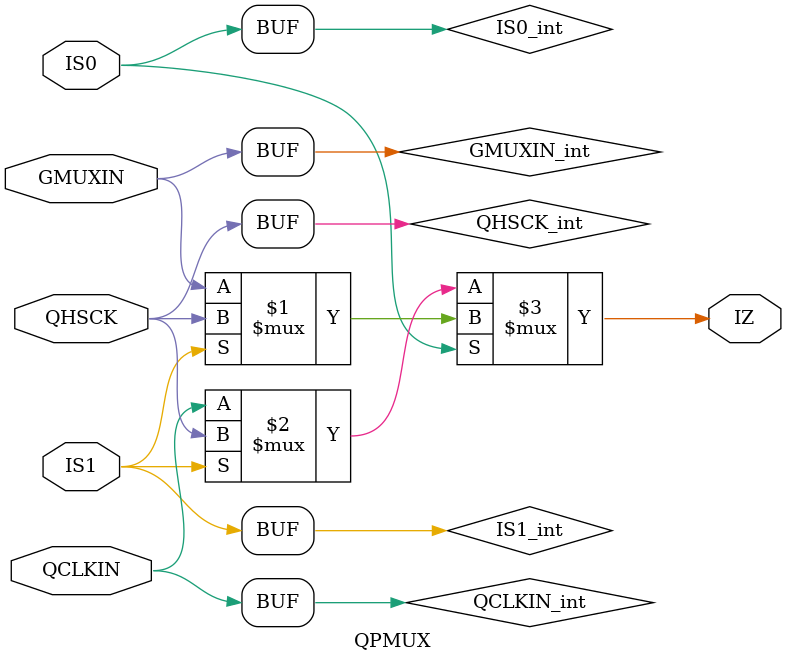
<source format=v>
`timescale 1ns/10ps

module QPMUX (QCLKIN, QHSCK, GMUXIN, IS0, IS1, IZ);
input QCLKIN, QHSCK, GMUXIN, IS0, IS1;
output IZ;

wire GMUXIN_int, QCLKIN_int, QHSCK_int, IS_int;
buf GMUXIN_buf (GMUXIN_int, GMUXIN) ;
buf QHSCK_buf (QHSCK_int, QHSCK) ;
buf QCLKIN_buf (QCLKIN_int, QCLKIN) ;
buf IS0_buf (IS0_int, IS0);
buf IS1_buf (IS1_int, IS1);

//assign IZ = IS0 ? (IS1 ? QHSCK_int : QCLKIN_int) : (IS1 ? QHSCK_int : GMUXIN_int); 
assign IZ = IS0_int ? (IS1_int ? QHSCK_int : GMUXIN_int) : (IS1_int ? QHSCK_int : QCLKIN_int); 

specify
	if (IS0 == 1'b0 && IS1 == 1'b0)
	   (QCLKIN => IZ) = (0,0);
	if (IS0 == 1'b0 && IS1 == 1'b1)
	   (QHSCK => IZ) = (0,0);
	if (IS0 == 1'b1 && IS1 == 1'b0)
	   (GMUXIN => IZ) = (0,0);
   //(IS0 => IZ) = (0,0);
   //(IS1 => IZ) = (0,0);
endspecify

endmodule 
</source>
